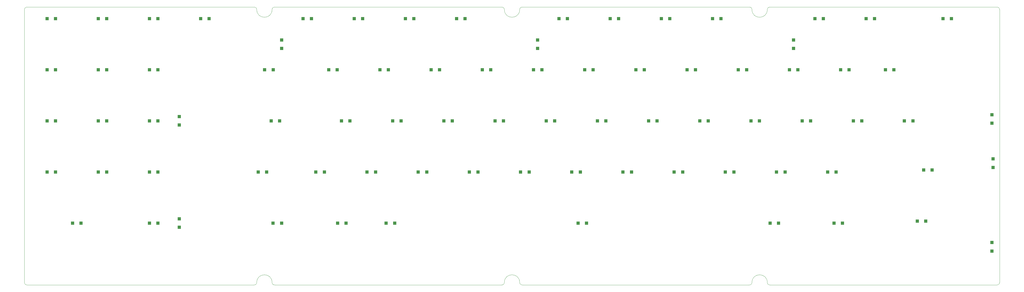
<source format=gbr>
%TF.GenerationSoftware,KiCad,Pcbnew,5.1.10-88a1d61d58~88~ubuntu21.04.1*%
%TF.CreationDate,2021-06-04T00:00:19+02:00*%
%TF.ProjectId,southpawpcb,736f7574-6870-4617-9770-63622e6b6963,rev?*%
%TF.SameCoordinates,Original*%
%TF.FileFunction,Paste,Top*%
%TF.FilePolarity,Positive*%
%FSLAX46Y46*%
G04 Gerber Fmt 4.6, Leading zero omitted, Abs format (unit mm)*
G04 Created by KiCad (PCBNEW 5.1.10-88a1d61d58~88~ubuntu21.04.1) date 2021-06-04 00:00:19*
%MOMM*%
%LPD*%
G01*
G04 APERTURE LIST*
%TA.AperFunction,Profile*%
%ADD10C,0.050000*%
%TD*%
%ADD11R,1.200000X1.200000*%
G04 APERTURE END LIST*
D10*
X207042500Y-195818250D02*
G75*
G02*
X206092500Y-196768250I-950000J0D01*
G01*
X298242500Y-93218250D02*
G75*
G02*
X299192500Y-94168250I0J-950000D01*
G01*
X28442500Y-94168250D02*
X28442500Y-194868250D01*
X206092500Y-196768250D02*
X121542500Y-196768250D01*
X298242500Y-196768250D02*
X213692500Y-196768250D01*
X206092500Y-93218250D02*
G75*
G02*
X207042500Y-94168250I0J-950000D01*
G01*
X30342500Y-93218250D02*
X113942500Y-93218250D01*
X213692500Y-196768250D02*
G75*
G02*
X212742500Y-195818250I0J950000D01*
G01*
X121542500Y-196768250D02*
G75*
G02*
X120592500Y-195818250I0J950000D01*
G01*
X120592500Y-94168250D02*
G75*
G02*
X121542500Y-93218250I950000J0D01*
G01*
X390392500Y-93218250D02*
G75*
G02*
X391342500Y-94168250I0J-950000D01*
G01*
X121542500Y-93218250D02*
X206092500Y-93218250D01*
X212742500Y-94168250D02*
G75*
G02*
X213692500Y-93218250I950000J0D01*
G01*
X29392500Y-196768250D02*
G75*
G02*
X28442500Y-195818250I0J950000D01*
G01*
X28442500Y-94168250D02*
G75*
G02*
X29392500Y-93218250I950000J0D01*
G01*
X213692500Y-93218250D02*
X298242500Y-93218250D01*
X207042500Y-195818250D02*
G75*
G02*
X212742500Y-195818250I2850000J0D01*
G01*
X114892500Y-195818250D02*
G75*
G02*
X120592500Y-195818250I2850000J0D01*
G01*
X299192500Y-195818250D02*
G75*
G02*
X298242500Y-196768250I-950000J0D01*
G01*
X113942500Y-196768250D02*
X29392500Y-196768250D01*
X113942500Y-93218250D02*
G75*
G02*
X114892500Y-94168250I0J-950000D01*
G01*
X114892500Y-195818250D02*
G75*
G02*
X113942500Y-196768250I-950000J0D01*
G01*
X304892500Y-94168250D02*
G75*
G02*
X299192500Y-94168250I-2850000J0D01*
G01*
X305842500Y-93218250D02*
X390392500Y-93218250D01*
X120592500Y-94168250D02*
G75*
G02*
X114892500Y-94168250I-2850000J0D01*
G01*
X305842500Y-196768250D02*
X390392500Y-196768250D01*
X299192500Y-195818250D02*
G75*
G02*
X304892500Y-195818250I2850000J0D01*
G01*
X305842500Y-196768250D02*
G75*
G02*
X304892500Y-195818250I0J950000D01*
G01*
X391342500Y-195818250D02*
X391342500Y-94168250D01*
X30342500Y-93218250D02*
X29392500Y-93218250D01*
X391342500Y-195818250D02*
G75*
G02*
X390392500Y-196768250I-950000J0D01*
G01*
X304892500Y-94168250D02*
G75*
G02*
X305842500Y-93218250I950000J0D01*
G01*
X212742500Y-94168250D02*
G75*
G02*
X207042500Y-94168250I-2850000J0D01*
G01*
X28442500Y-194868250D02*
X28442500Y-195818250D01*
D11*
X388874000Y-152959000D03*
X388874000Y-149809000D03*
X151186000Y-97512000D03*
X154336000Y-97512000D03*
X282923000Y-135612000D03*
X279773000Y-135612000D03*
X124130000Y-173712000D03*
X120980000Y-173712000D03*
X74986200Y-135612000D03*
X78136200Y-135612000D03*
X59086200Y-97512000D03*
X55936200Y-97512000D03*
X321023000Y-135612000D03*
X317873000Y-135612000D03*
X74986200Y-116562000D03*
X78136200Y-116562000D03*
X40036200Y-154662000D03*
X36886200Y-154662000D03*
X182911000Y-116562000D03*
X179761000Y-116562000D03*
X174999000Y-154662000D03*
X178149000Y-154662000D03*
X168623000Y-135612000D03*
X165473000Y-135612000D03*
X97186200Y-97512000D03*
X94036200Y-97512000D03*
X74986200Y-97512000D03*
X78136200Y-97512000D03*
X160711000Y-116562000D03*
X163861000Y-116562000D03*
X78092500Y-173712000D03*
X74942500Y-173712000D03*
X360692000Y-173005800D03*
X363842000Y-173005800D03*
X329736000Y-173712000D03*
X332886000Y-173712000D03*
X222623000Y-135612000D03*
X225773000Y-135612000D03*
X325786000Y-97512000D03*
X322636000Y-97512000D03*
X86086200Y-134037000D03*
X86086200Y-137187000D03*
X219436000Y-105462000D03*
X219436000Y-108612000D03*
X55936200Y-154662000D03*
X59086200Y-154662000D03*
X36886200Y-116562000D03*
X40036200Y-116562000D03*
X115424000Y-154662000D03*
X118574000Y-154662000D03*
X260723000Y-135612000D03*
X263873000Y-135612000D03*
X314686000Y-108612000D03*
X314686000Y-105462000D03*
X311499000Y-154662000D03*
X308349000Y-154662000D03*
X388461000Y-133330800D03*
X388461000Y-136480800D03*
X213099000Y-154662000D03*
X216249000Y-154662000D03*
X194049000Y-154662000D03*
X197199000Y-154662000D03*
X359080000Y-135612000D03*
X355930000Y-135612000D03*
X36886200Y-135612000D03*
X40036200Y-135612000D03*
X270249000Y-154662000D03*
X273399000Y-154662000D03*
X284536000Y-97512000D03*
X287686000Y-97512000D03*
X327355000Y-154662000D03*
X330505000Y-154662000D03*
X373411000Y-97512000D03*
X370261000Y-97512000D03*
X59086200Y-135612000D03*
X55936200Y-135612000D03*
X249586000Y-97512000D03*
X246436000Y-97512000D03*
X140049000Y-154662000D03*
X136899000Y-154662000D03*
X335311000Y-116562000D03*
X332161000Y-116562000D03*
X59086200Y-116562000D03*
X55936200Y-116562000D03*
X363074000Y-153955800D03*
X366224000Y-153955800D03*
X123380000Y-135612000D03*
X120230000Y-135612000D03*
X86086200Y-172137000D03*
X86086200Y-175287000D03*
X117849000Y-116562000D03*
X120999000Y-116562000D03*
X341686000Y-97512000D03*
X344836000Y-97512000D03*
X297211000Y-116562000D03*
X294061000Y-116562000D03*
X275011000Y-116562000D03*
X278161000Y-116562000D03*
X189286000Y-97512000D03*
X192436000Y-97512000D03*
X254349000Y-154662000D03*
X251199000Y-154662000D03*
X166199000Y-173712000D03*
X163049000Y-173712000D03*
X309074000Y-173712000D03*
X305924000Y-173712000D03*
X298823000Y-135612000D03*
X301973000Y-135612000D03*
X46367500Y-173712000D03*
X49517500Y-173712000D03*
X237636000Y-173712000D03*
X234486000Y-173712000D03*
X173386000Y-97512000D03*
X170236000Y-97512000D03*
X217861000Y-116562000D03*
X221011000Y-116562000D03*
X265486000Y-97512000D03*
X268636000Y-97512000D03*
X289299000Y-154662000D03*
X292449000Y-154662000D03*
X135286000Y-97512000D03*
X132136000Y-97512000D03*
X206723000Y-135612000D03*
X203573000Y-135612000D03*
X244823000Y-135612000D03*
X241673000Y-135612000D03*
X336923000Y-135612000D03*
X340073000Y-135612000D03*
X227386000Y-97512000D03*
X230536000Y-97512000D03*
X235299000Y-154662000D03*
X232149000Y-154662000D03*
X236911000Y-116562000D03*
X240061000Y-116562000D03*
X74986200Y-154662000D03*
X78136200Y-154662000D03*
X124186000Y-108612000D03*
X124186000Y-105462000D03*
X184523000Y-135612000D03*
X187673000Y-135612000D03*
X144983000Y-173712000D03*
X148133000Y-173712000D03*
X313111000Y-116562000D03*
X316261000Y-116562000D03*
X259111000Y-116562000D03*
X255961000Y-116562000D03*
X348830000Y-116562000D03*
X351980000Y-116562000D03*
X144811000Y-116562000D03*
X141661000Y-116562000D03*
X159099000Y-154662000D03*
X155949000Y-154662000D03*
X146423000Y-135612000D03*
X149573000Y-135612000D03*
X36886200Y-97512000D03*
X40036200Y-97512000D03*
X201961000Y-116562000D03*
X198811000Y-116562000D03*
X388461000Y-184105800D03*
X388461000Y-180955800D03*
M02*

</source>
